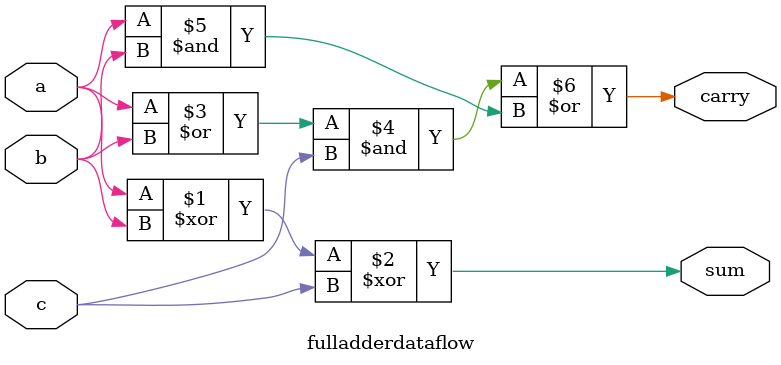
<source format=v>
`timescale 1ns / 1ps
module fulladderdataflow(
    input a,
    input b,
    input c,
    output sum,
    output carry
    );

assign sum=a^b^c;
assign carry=(a|b)&c|(a&b);

endmodule

</source>
